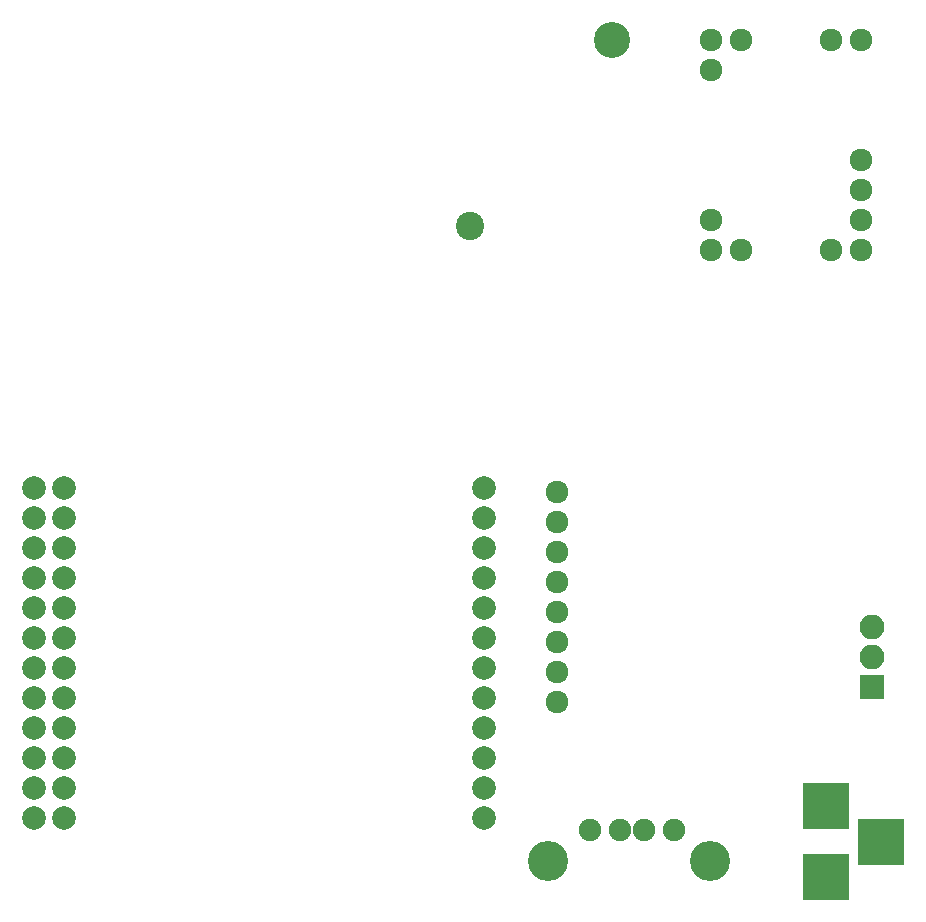
<source format=gbs>
G04 #@! TF.FileFunction,Soldermask,Bot*
%FSLAX46Y46*%
G04 Gerber Fmt 4.6, Leading zero omitted, Abs format (unit mm)*
G04 Created by KiCad (PCBNEW 4.0.7) date *
%MOMM*%
%LPD*%
G01*
G04 APERTURE LIST*
%ADD10C,0.100000*%
%ADD11C,2.000000*%
%ADD12C,2.400000*%
%ADD13C,3.050000*%
%ADD14C,1.900000*%
%ADD15C,3.400000*%
%ADD16R,3.900000X3.900000*%
%ADD17R,2.100000X2.100000*%
%ADD18O,2.100000X2.100000*%
%ADD19C,1.924000*%
G04 APERTURE END LIST*
D10*
D11*
X111950000Y-105030000D03*
X114490000Y-105030000D03*
X111950000Y-107570000D03*
X114490000Y-107570000D03*
X111950000Y-110110000D03*
X111950000Y-112650000D03*
X111950000Y-115190000D03*
X111950000Y-117730000D03*
X111950000Y-120270000D03*
X111950000Y-122810000D03*
X111950000Y-125350000D03*
X111950000Y-127890000D03*
X111950000Y-130430000D03*
X111950000Y-132970000D03*
X114490000Y-110110000D03*
X114490000Y-112650000D03*
X114490000Y-115190000D03*
X114490000Y-117730000D03*
X114490000Y-120270000D03*
X114490000Y-122810000D03*
X114490000Y-125350000D03*
X114490000Y-127890000D03*
X114490000Y-130430000D03*
X114490000Y-132970000D03*
X150050000Y-105030000D03*
X150050000Y-107570000D03*
X150050000Y-110110000D03*
X150050000Y-112650000D03*
X150050000Y-115190000D03*
X150050000Y-117730000D03*
X150050000Y-120270000D03*
X150050000Y-122810000D03*
X150050000Y-125350000D03*
X150050000Y-127890000D03*
X150050000Y-130430000D03*
X150050000Y-132970000D03*
D12*
X148910000Y-82900000D03*
D13*
X160910000Y-67100000D03*
D14*
X166110000Y-134000000D03*
X163570000Y-134000000D03*
X161540000Y-134000000D03*
X159000000Y-134000000D03*
D15*
X169160000Y-136670000D03*
X155440000Y-136670000D03*
D16*
X179000000Y-132000000D03*
X179000000Y-138000000D03*
X183700000Y-135000000D03*
D17*
X182880000Y-121920000D03*
D18*
X182880000Y-119380000D03*
X182880000Y-116840000D03*
D19*
X156210000Y-123190000D03*
X156210000Y-120650000D03*
X156210000Y-118110000D03*
X156210000Y-115570000D03*
X156210000Y-113030000D03*
X156210000Y-110490000D03*
X156210000Y-107950000D03*
X156210000Y-105410000D03*
X169270000Y-84890000D03*
X171810000Y-84890000D03*
X179430000Y-84890000D03*
X181970000Y-84890000D03*
X181970000Y-82350000D03*
X181970000Y-79810000D03*
X181970000Y-77270000D03*
X181970000Y-67110000D03*
X179430000Y-67110000D03*
X171810000Y-67110000D03*
X169270000Y-67110000D03*
X169270000Y-69650000D03*
X169270000Y-82350000D03*
M02*

</source>
